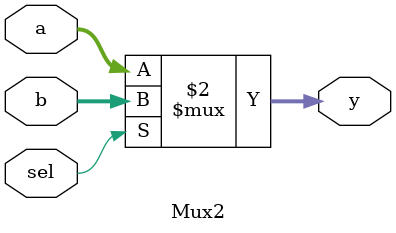
<source format=sv>
module Mux2 #(parameter WIDTH = 32) (
    input  logic              sel,
    input  logic [WIDTH-1:0] a,
    input  logic [WIDTH-1:0] b,
    output logic [WIDTH-1:0] y
);
    always_comb begin
        y = sel ? b : a;
    end
endmodule
</source>
